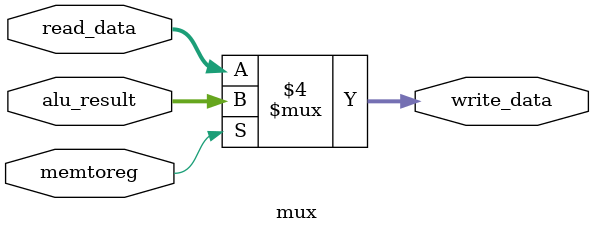
<source format=v>
`timescale 1ns / 1ps
module mux(
input memtoreg,
input [31:0] read_data,
input [31:0] alu_result,
output reg [31:0] write_data
);

always @(*) begin
	if(memtoreg == 0)
	write_data = read_data;
	else
	write_data = alu_result;
end
endmodule

</source>
